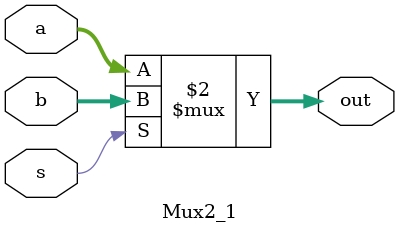
<source format=sv>
`timescale 1ns / 1ps


module Mux2_1(a, b, s, out);
    
    input [31:0] a,b;
    input s;
    
    output [31:0] out;
    
    assign out = s == 1'b0 ? a : b;
    
endmodule

</source>
